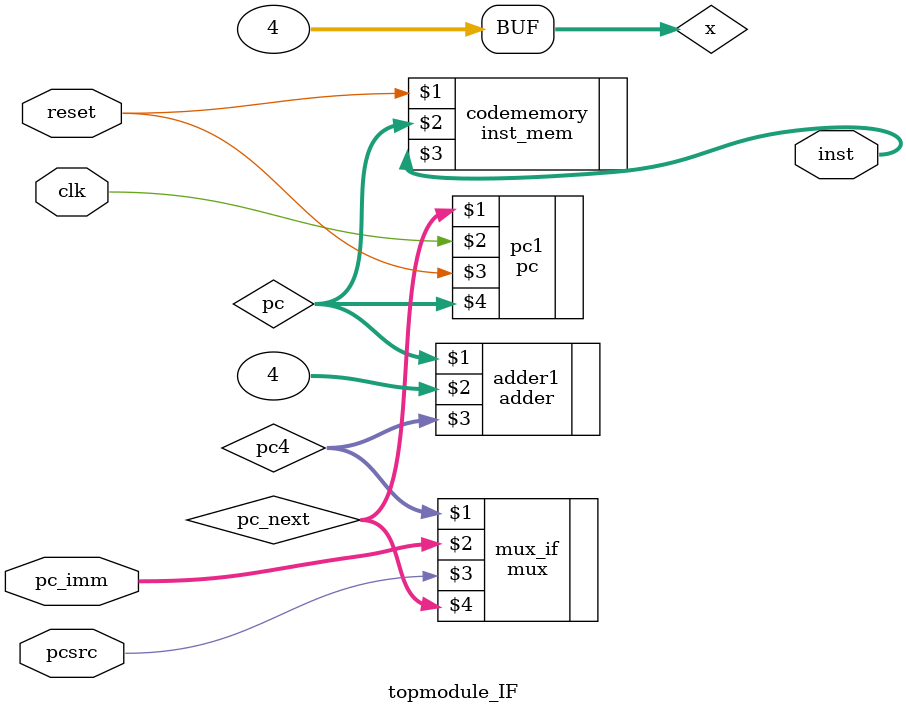
<source format=sv>
`timescale 1ns / 1ps


module topmodule_IF #(parameter WIDTH=32)( 
     input logic clk,     
     input logic reset,              
     input logic [31:0]pc_imm,
     input logic pcsrc,
     output logic [31:0]inst);
     
     logic [31:0] pc_next;
     logic [31:0] pc;
     logic [31:0] x = 32'd4;
     logic [31:0] pc4;

mux mux_if(pc4,pc_imm,pcsrc,pc_next);
pc pc1(pc_next,clk,reset,pc);
inst_mem codememory(reset,pc,inst);
adder adder1(pc,x,pc4);
//adder adder1(pc,32'd4,pc4);


endmodule

</source>
